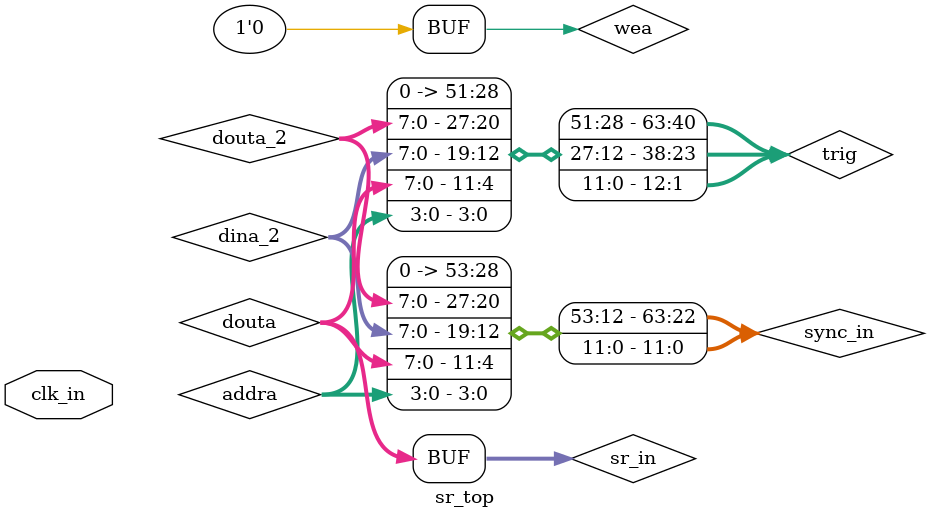
<source format=v>


// works with a WASTED CLOCK CYCLE

`timescale 1ns / 1ps

module sr_top #(parameter N = 8)(
	input clk_in
    );
	  
	 reg [3:0] addra;
	 wire [N-1:0] douta, douta_2;
	 
	 reg [N-1:0] dina_2;
	 
	 wire [35:0] control_0, control_1;
	 
	 wire [63:0] trig;
	 wire [63:0] sync_in, sync_out;
	 
	 wire rst;
	 wire [N-1:0] sr_in;
	 wire sr_out;
	 
	 assign wea = 0;  // to ensure data is constantly read out of the bram
	 wire wea_2;
	 
	 wire rst_sr;
	 wire rst_sr_sh;
	 assign rst_sr = clk_8;
	 assign rst_sr_sh = clk_8_sh;
	
	 
//-------------------------------------------------
//                  clock divider
//-------------------------------------------------

	 clkDivider clkDiv(// Clock in ports
		 .CLK_IN1(clk_in),      // IN
		 // Clock out ports
		 .CLK_OUT1(clk),     // OUT
		 .CLK_OUT2(clk_8),     // OUT
		 .CLK_OUT3(clk_8_sh)     // OUT
		 );      // OUT
		 
		 
//-------------------------------------------------
//           trigger and syncs assignment
//-------------------------------------------------
	 
	 
	 assign trig = {wea_2, douta_2, dina_2, register, rst_sr, sr_out, sr_in, addra, rst};
	
	 assign sync_in = {douta_2, dina_2, register, rst_sr, sr_out, sr_in, addra};
	 assign rst = sync_out[0];
	 assign wea_2 = sync_out[1];
	 
	
//-------------------------------------------------
//                     BRAM
//-------------------------------------------------

	 
	 bram bram_2(
	  .clka(clk), // input clka
	  .wea(wea), // input [0 : 0] wea
	  .addra(addra), // input [1 : 0] addra
	  .dina(dina), // input [7 : 0] dina
	  .douta(douta) // output [7 : 0] douta
	);
	
	
//-------------------------------------------------
//          logic cloud: address control
//-------------------------------------------------
	
	always@(posedge clk_8)
	begin
		addra <= addra + 1;
		
		if(addra == 9)
			addra <= 0;
	end
	
//-------------------------------------------------
//               ChipScope modules
//-------------------------------------------------

	icon icon_2(
		 .CONTROL0(control_0), // INOUT BUS [35:0]
		 .CONTROL1(control_1) // INOUT BUS [35:0]
		);

	
	ila ila_2(
		 .CONTROL(control_1), // INOUT BUS [35:0]
		 .CLK(clk), // IN
		 .TRIG0(trig) // IN BUS [15:0]
		);

	vio vio_2(
		 .CONTROL(control_0), // INOUT BUS [35:0]
		 .CLK(clk), // IN
		 .SYNC_IN(sync_in), // IN BUS [15:0]
		 .SYNC_OUT(sync_out) // OUT BUS [15:0]
		);

//-------------------------------------------------
//                 shift register
//-------------------------------------------------	
	
	//
		
	sr #(8) sr_1(
		.sr_in(sr_in),
		.clk(clk),         // the shift register is reset when the counter counts to 4
		.rst(rst_sr),			           // reset with counter_out
								  // if reset, load new data
		.sr_out(sr_out)
		 );
		
		 assign sr_in = douta;


//-------------------------------------------------
//          storing data into second bram
//-------------------------------------------------
// had to create a second bram to be able to view dina separately from
// the previously initialized bram

	bram2 bram_4 (
	  .clka(clk), // input clka
	  .wea(wea_2), // input [0 : 0] wea
	  .addra(addra), // input [1 : 0] addra
	  .dina(dina_2), // input [7 : 0] dina
	  .douta(douta_2) // output [7 : 0] douta
	);
	
	
//-------------------------------------------------
//          logic cloud: bram_2 storage
//-------------------------------------------------
	
	reg [N-1:0] register;
	
	always@(posedge clk)
	begin
		register[7] <= sr_out;
		register[6:0] <= {register[7], register[6:1]};
	end
		
	always@(posedge clk_8_sh)  // previousy on clk_8_sh
	begin
		dina_2 <= register;
	end
	 
endmodule

</source>
